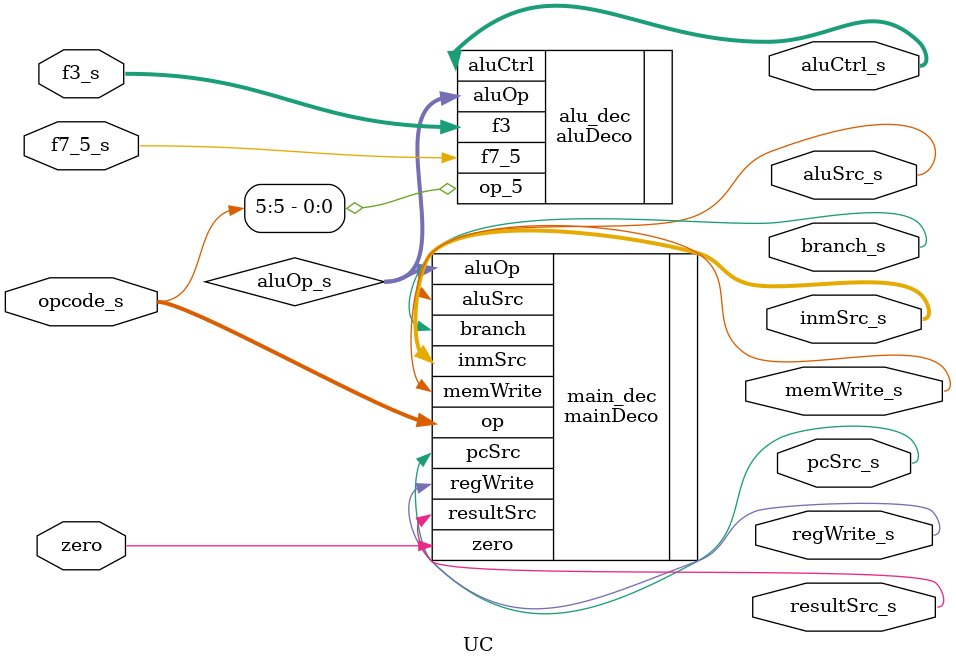
<source format=v>
module UC (
    input wire [6:0] opcode_s,
    input wire [2:0] f3_s,
    input wire f7_5_s,zero,
    output wire branch_s,
    output wire memWrite_s,
    output wire aluSrc_s,
    output wire regWrite_s,
    output wire resultSrc_s,
    output wire pcSrc_s,
    output wire [1:0] inmSrc_s,
    output wire [2:0] aluCtrl_s
);

wire [1:0] aluOp_s;

mainDeco main_dec(
    .op(opcode_s),
    .zero(zero),
    .branch(branch_s),
    .memWrite(memWrite_s),
    .aluSrc(aluSrc_s),
    .regWrite(regWrite_s),
    .resultSrc(resultSrc_s),
    .pcSrc(pcSrc_s),
    .inmSrc(inmSrc_s),
    .aluOp(aluOp_s)
);

aluDeco alu_dec(
    .op_5(opcode_s[5]), //o opcode_s[4] ?????
    .f7_5(f7_5_s),
    .f3(f3_s),
    .aluOp(aluOp_s),
    .aluCtrl(aluCtrl_s)
);

endmodule
</source>
